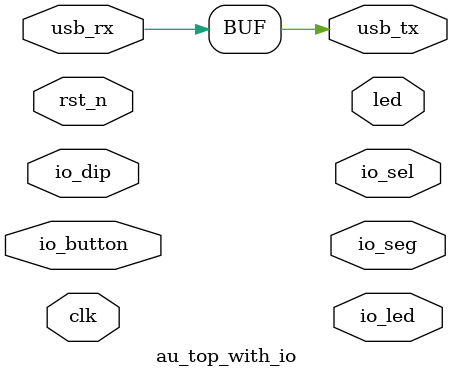
<source format=v>
`timescale 10ns / 1ns

module au_top_with_io(
    input clk,
    input rst_n,
    output[7:0] led,
    input usb_rx,
    output usb_tx,
    output[23:0] io_led,    // [3][8] LEDs
    output[7:0]  io_seg,    // [8] 7-segment LEDs
    output[3:0]  io_sel,    // Digit select
    input[4:0]   io_button, // 5 buttons
    input[23:0]  io_dip     // DIP switches
    );
    
    /*
    sub b(
        .clock(clk), 
        .reset(!rst_n), 
        .io_sw(io_button[2:0]), 
        .io_led(led[3])
    );
    */
    
    assign usb_tx = usb_rx;
endmodule

</source>
